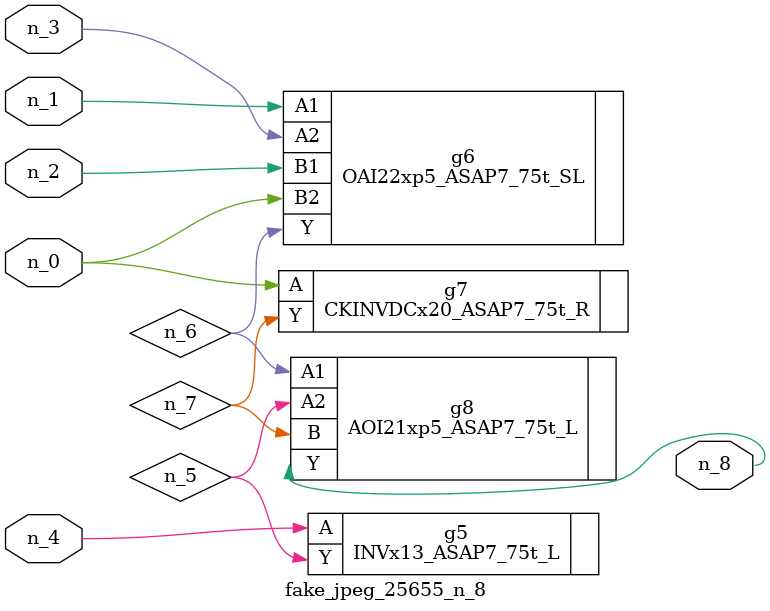
<source format=v>
module fake_jpeg_25655_n_8 (n_3, n_2, n_1, n_0, n_4, n_8);

input n_3;
input n_2;
input n_1;
input n_0;
input n_4;

output n_8;

wire n_6;
wire n_5;
wire n_7;

INVx13_ASAP7_75t_L g5 ( 
.A(n_4),
.Y(n_5)
);

OAI22xp5_ASAP7_75t_SL g6 ( 
.A1(n_1),
.A2(n_3),
.B1(n_2),
.B2(n_0),
.Y(n_6)
);

CKINVDCx20_ASAP7_75t_R g7 ( 
.A(n_0),
.Y(n_7)
);

AOI21xp5_ASAP7_75t_L g8 ( 
.A1(n_6),
.A2(n_5),
.B(n_7),
.Y(n_8)
);


endmodule
</source>
